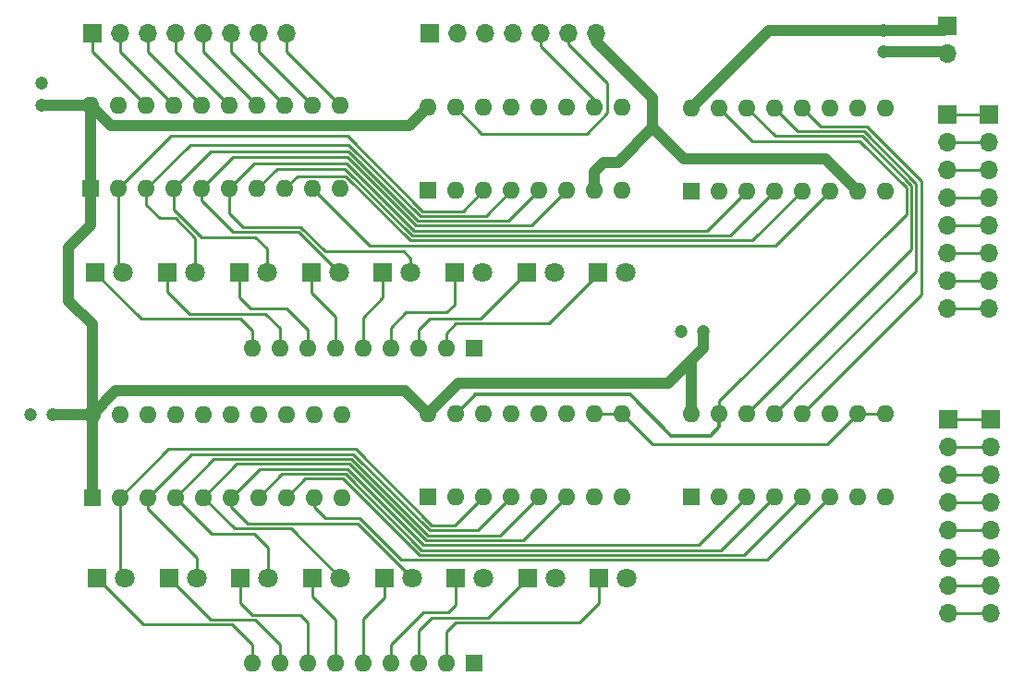
<source format=gbr>
%TF.GenerationSoftware,KiCad,Pcbnew,(5.1.9-0-10_14)*%
%TF.CreationDate,2021-04-27T01:12:58-04:00*%
%TF.ProjectId,REGISTER,52454749-5354-4455-922e-6b696361645f,rev?*%
%TF.SameCoordinates,Original*%
%TF.FileFunction,Copper,L1,Top*%
%TF.FilePolarity,Positive*%
%FSLAX46Y46*%
G04 Gerber Fmt 4.6, Leading zero omitted, Abs format (unit mm)*
G04 Created by KiCad (PCBNEW (5.1.9-0-10_14)) date 2021-04-27 01:12:58*
%MOMM*%
%LPD*%
G01*
G04 APERTURE LIST*
%TA.AperFunction,ComponentPad*%
%ADD10O,1.700000X1.700000*%
%TD*%
%TA.AperFunction,ComponentPad*%
%ADD11R,1.700000X1.700000*%
%TD*%
%TA.AperFunction,ComponentPad*%
%ADD12C,1.200000*%
%TD*%
%TA.AperFunction,ComponentPad*%
%ADD13O,1.600000X1.600000*%
%TD*%
%TA.AperFunction,ComponentPad*%
%ADD14R,1.600000X1.600000*%
%TD*%
%TA.AperFunction,ComponentPad*%
%ADD15C,1.800000*%
%TD*%
%TA.AperFunction,ComponentPad*%
%ADD16R,1.800000X1.800000*%
%TD*%
%TA.AperFunction,Conductor*%
%ADD17C,0.250000*%
%TD*%
%TA.AperFunction,Conductor*%
%ADD18C,1.000000*%
%TD*%
%TA.AperFunction,Conductor*%
%ADD19C,0.350000*%
%TD*%
G04 APERTURE END LIST*
D10*
%TO.P,J6,7*%
%TO.N,/CLK*%
X122123200Y-87833200D03*
%TO.P,J6,6*%
%TO.N,/RS2*%
X119583200Y-87833200D03*
%TO.P,J6,5*%
%TO.N,/AI*%
X117043200Y-87833200D03*
%TO.P,J6,4*%
%TO.N,/AO*%
X114503200Y-87833200D03*
%TO.P,J6,3*%
%TO.N,/RS2*%
X111963200Y-87833200D03*
%TO.P,J6,2*%
%TO.N,/BI*%
X109423200Y-87833200D03*
D11*
%TO.P,J6,1*%
%TO.N,/BO*%
X106883200Y-87833200D03*
%TD*%
D10*
%TO.P,J3,2*%
%TO.N,GND*%
X154343100Y-89687400D03*
D11*
%TO.P,J3,1*%
%TO.N,VCC*%
X154343100Y-87147400D03*
%TD*%
D12*
%TO.P,C4,2*%
%TO.N,GND*%
X129953000Y-115176300D03*
%TO.P,C4,1*%
%TO.N,VCC*%
X131953000Y-115176300D03*
%TD*%
%TO.P,C3,2*%
%TO.N,GND*%
X148463000Y-89553800D03*
%TO.P,C3,1*%
%TO.N,VCC*%
X148463000Y-87553800D03*
%TD*%
%TO.P,C2,2*%
%TO.N,GND*%
X70351900Y-122796300D03*
%TO.P,C2,1*%
%TO.N,VCC*%
X72351900Y-122796300D03*
%TD*%
%TO.P,C1,2*%
%TO.N,GND*%
X71323200Y-92437200D03*
%TO.P,C1,1*%
%TO.N,VCC*%
X71323200Y-94437200D03*
%TD*%
D13*
%TO.P,U6,16*%
%TO.N,VCC*%
X130860800Y-122682000D03*
%TO.P,U6,8*%
%TO.N,GND*%
X148640800Y-130302000D03*
%TO.P,U6,15*%
%TO.N,/RS2*%
X133400800Y-122682000D03*
%TO.P,U6,7*%
%TO.N,/CLK*%
X146100800Y-130302000D03*
%TO.P,U6,14*%
%TO.N,/I4*%
X135940800Y-122682000D03*
%TO.P,U6,6*%
%TO.N,/B1*%
X143560800Y-130302000D03*
%TO.P,U6,13*%
%TO.N,/I3*%
X138480800Y-122682000D03*
%TO.P,U6,5*%
%TO.N,/B2*%
X141020800Y-130302000D03*
%TO.P,U6,12*%
%TO.N,/I2*%
X141020800Y-122682000D03*
%TO.P,U6,4*%
%TO.N,/B3*%
X138480800Y-130302000D03*
%TO.P,U6,11*%
%TO.N,/I1*%
X143560800Y-122682000D03*
%TO.P,U6,3*%
%TO.N,/B4*%
X135940800Y-130302000D03*
%TO.P,U6,10*%
%TO.N,/BI*%
X146100800Y-122682000D03*
%TO.P,U6,2*%
%TO.N,GND*%
X133400800Y-130302000D03*
%TO.P,U6,9*%
%TO.N,/BI*%
X148640800Y-122682000D03*
D14*
%TO.P,U6,1*%
%TO.N,GND*%
X130860800Y-130302000D03*
%TD*%
D13*
%TO.P,U5,16*%
%TO.N,VCC*%
X106730800Y-122707400D03*
%TO.P,U5,8*%
%TO.N,GND*%
X124510800Y-130327400D03*
%TO.P,U5,15*%
%TO.N,/RS2*%
X109270800Y-122707400D03*
%TO.P,U5,7*%
%TO.N,/CLK*%
X121970800Y-130327400D03*
%TO.P,U5,14*%
%TO.N,/I8*%
X111810800Y-122707400D03*
%TO.P,U5,6*%
%TO.N,/B5*%
X119430800Y-130327400D03*
%TO.P,U5,13*%
%TO.N,/I7*%
X114350800Y-122707400D03*
%TO.P,U5,5*%
%TO.N,/B6*%
X116890800Y-130327400D03*
%TO.P,U5,12*%
%TO.N,/I6*%
X116890800Y-122707400D03*
%TO.P,U5,4*%
%TO.N,/B7*%
X114350800Y-130327400D03*
%TO.P,U5,11*%
%TO.N,/I5*%
X119430800Y-122707400D03*
%TO.P,U5,3*%
%TO.N,/B8*%
X111810800Y-130327400D03*
%TO.P,U5,10*%
%TO.N,/BI*%
X121970800Y-122707400D03*
%TO.P,U5,2*%
%TO.N,GND*%
X109270800Y-130327400D03*
%TO.P,U5,9*%
%TO.N,/BI*%
X124510800Y-122707400D03*
D14*
%TO.P,U5,1*%
%TO.N,GND*%
X106730800Y-130327400D03*
%TD*%
D13*
%TO.P,U4,20*%
%TO.N,VCC*%
X75971400Y-122758200D03*
%TO.P,U4,10*%
%TO.N,GND*%
X98831400Y-130378200D03*
%TO.P,U4,19*%
%TO.N,/BO*%
X78511400Y-122758200D03*
%TO.P,U4,9*%
%TO.N,/B1*%
X96291400Y-130378200D03*
%TO.P,U4,18*%
%TO.N,/I8*%
X81051400Y-122758200D03*
%TO.P,U4,8*%
%TO.N,/B2*%
X93751400Y-130378200D03*
%TO.P,U4,17*%
%TO.N,/I7*%
X83591400Y-122758200D03*
%TO.P,U4,7*%
%TO.N,/B3*%
X91211400Y-130378200D03*
%TO.P,U4,16*%
%TO.N,/I6*%
X86131400Y-122758200D03*
%TO.P,U4,6*%
%TO.N,/B4*%
X88671400Y-130378200D03*
%TO.P,U4,15*%
%TO.N,/I5*%
X88671400Y-122758200D03*
%TO.P,U4,5*%
%TO.N,/B5*%
X86131400Y-130378200D03*
%TO.P,U4,14*%
%TO.N,/I4*%
X91211400Y-122758200D03*
%TO.P,U4,4*%
%TO.N,/B6*%
X83591400Y-130378200D03*
%TO.P,U4,13*%
%TO.N,/I3*%
X93751400Y-122758200D03*
%TO.P,U4,3*%
%TO.N,/B7*%
X81051400Y-130378200D03*
%TO.P,U4,12*%
%TO.N,/I2*%
X96291400Y-122758200D03*
%TO.P,U4,2*%
%TO.N,/B8*%
X78511400Y-130378200D03*
%TO.P,U4,11*%
%TO.N,/I1*%
X98831400Y-122758200D03*
D14*
%TO.P,U4,1*%
%TO.N,VCC*%
X75971400Y-130378200D03*
%TD*%
D13*
%TO.P,U3,16*%
%TO.N,VCC*%
X130835400Y-94665800D03*
%TO.P,U3,8*%
%TO.N,GND*%
X148615400Y-102285800D03*
%TO.P,U3,15*%
%TO.N,/RS2*%
X133375400Y-94665800D03*
%TO.P,U3,7*%
%TO.N,/CLK*%
X146075400Y-102285800D03*
%TO.P,U3,14*%
%TO.N,/I4*%
X135915400Y-94665800D03*
%TO.P,U3,6*%
%TO.N,/A1*%
X143535400Y-102285800D03*
%TO.P,U3,13*%
%TO.N,/I3*%
X138455400Y-94665800D03*
%TO.P,U3,5*%
%TO.N,/A2*%
X140995400Y-102285800D03*
%TO.P,U3,12*%
%TO.N,/I2*%
X140995400Y-94665800D03*
%TO.P,U3,4*%
%TO.N,/A3*%
X138455400Y-102285800D03*
%TO.P,U3,11*%
%TO.N,/I1*%
X143535400Y-94665800D03*
%TO.P,U3,3*%
%TO.N,/A4*%
X135915400Y-102285800D03*
%TO.P,U3,10*%
%TO.N,/AI*%
X146075400Y-94665800D03*
%TO.P,U3,2*%
%TO.N,GND*%
X133375400Y-102285800D03*
%TO.P,U3,9*%
%TO.N,/AI*%
X148615400Y-94665800D03*
D14*
%TO.P,U3,1*%
%TO.N,GND*%
X130835400Y-102285800D03*
%TD*%
D13*
%TO.P,U2,16*%
%TO.N,VCC*%
X106730800Y-94640400D03*
%TO.P,U2,8*%
%TO.N,GND*%
X124510800Y-102260400D03*
%TO.P,U2,15*%
%TO.N,/RS2*%
X109270800Y-94640400D03*
%TO.P,U2,7*%
%TO.N,/CLK*%
X121970800Y-102260400D03*
%TO.P,U2,14*%
%TO.N,/I8*%
X111810800Y-94640400D03*
%TO.P,U2,6*%
%TO.N,/A5*%
X119430800Y-102260400D03*
%TO.P,U2,13*%
%TO.N,/I7*%
X114350800Y-94640400D03*
%TO.P,U2,5*%
%TO.N,/A6*%
X116890800Y-102260400D03*
%TO.P,U2,12*%
%TO.N,/I6*%
X116890800Y-94640400D03*
%TO.P,U2,4*%
%TO.N,/A7*%
X114350800Y-102260400D03*
%TO.P,U2,11*%
%TO.N,/I5*%
X119430800Y-94640400D03*
%TO.P,U2,3*%
%TO.N,/A8*%
X111810800Y-102260400D03*
%TO.P,U2,10*%
%TO.N,/AI*%
X121970800Y-94640400D03*
%TO.P,U2,2*%
%TO.N,GND*%
X109270800Y-102260400D03*
%TO.P,U2,9*%
%TO.N,/AI*%
X124510800Y-94640400D03*
D14*
%TO.P,U2,1*%
%TO.N,GND*%
X106730800Y-102260400D03*
%TD*%
D13*
%TO.P,U1,20*%
%TO.N,VCC*%
X75844400Y-94437200D03*
%TO.P,U1,10*%
%TO.N,GND*%
X98704400Y-102057200D03*
%TO.P,U1,19*%
%TO.N,/AO*%
X78384400Y-94437200D03*
%TO.P,U1,9*%
%TO.N,/A1*%
X96164400Y-102057200D03*
%TO.P,U1,18*%
%TO.N,/I8*%
X80924400Y-94437200D03*
%TO.P,U1,8*%
%TO.N,/A2*%
X93624400Y-102057200D03*
%TO.P,U1,17*%
%TO.N,/I7*%
X83464400Y-94437200D03*
%TO.P,U1,7*%
%TO.N,/A3*%
X91084400Y-102057200D03*
%TO.P,U1,16*%
%TO.N,/I6*%
X86004400Y-94437200D03*
%TO.P,U1,6*%
%TO.N,/A4*%
X88544400Y-102057200D03*
%TO.P,U1,15*%
%TO.N,/I5*%
X88544400Y-94437200D03*
%TO.P,U1,5*%
%TO.N,/A5*%
X86004400Y-102057200D03*
%TO.P,U1,14*%
%TO.N,/I4*%
X91084400Y-94437200D03*
%TO.P,U1,4*%
%TO.N,/A6*%
X83464400Y-102057200D03*
%TO.P,U1,13*%
%TO.N,/I3*%
X93624400Y-94437200D03*
%TO.P,U1,3*%
%TO.N,/A7*%
X80924400Y-102057200D03*
%TO.P,U1,12*%
%TO.N,/I2*%
X96164400Y-94437200D03*
%TO.P,U1,2*%
%TO.N,/A8*%
X78384400Y-102057200D03*
%TO.P,U1,11*%
%TO.N,/I1*%
X98704400Y-94437200D03*
D14*
%TO.P,U1,1*%
%TO.N,VCC*%
X75844400Y-102057200D03*
%TD*%
D13*
%TO.P,RN2,9*%
%TO.N,Net-(D9-Pad1)*%
X90614500Y-145554700D03*
%TO.P,RN2,8*%
%TO.N,Net-(D10-Pad1)*%
X93154500Y-145554700D03*
%TO.P,RN2,7*%
%TO.N,Net-(D11-Pad1)*%
X95694500Y-145554700D03*
%TO.P,RN2,6*%
%TO.N,Net-(D12-Pad1)*%
X98234500Y-145554700D03*
%TO.P,RN2,5*%
%TO.N,Net-(D13-Pad1)*%
X100774500Y-145554700D03*
%TO.P,RN2,4*%
%TO.N,Net-(D14-Pad1)*%
X103314500Y-145554700D03*
%TO.P,RN2,3*%
%TO.N,Net-(D15-Pad1)*%
X105854500Y-145554700D03*
%TO.P,RN2,2*%
%TO.N,Net-(D16-Pad1)*%
X108394500Y-145554700D03*
D14*
%TO.P,RN2,1*%
%TO.N,GND*%
X110934500Y-145554700D03*
%TD*%
D13*
%TO.P,RN1,9*%
%TO.N,Net-(D1-Pad1)*%
X90601800Y-116738400D03*
%TO.P,RN1,8*%
%TO.N,Net-(D2-Pad1)*%
X93141800Y-116738400D03*
%TO.P,RN1,7*%
%TO.N,Net-(D3-Pad1)*%
X95681800Y-116738400D03*
%TO.P,RN1,6*%
%TO.N,Net-(D4-Pad1)*%
X98221800Y-116738400D03*
%TO.P,RN1,5*%
%TO.N,Net-(D5-Pad1)*%
X100761800Y-116738400D03*
%TO.P,RN1,4*%
%TO.N,Net-(D6-Pad1)*%
X103301800Y-116738400D03*
%TO.P,RN1,3*%
%TO.N,Net-(D7-Pad1)*%
X105841800Y-116738400D03*
%TO.P,RN1,2*%
%TO.N,Net-(D8-Pad1)*%
X108381800Y-116738400D03*
D14*
%TO.P,RN1,1*%
%TO.N,GND*%
X110921800Y-116738400D03*
%TD*%
D10*
%TO.P,J8,8*%
%TO.N,/A8*%
X154330400Y-113068100D03*
%TO.P,J8,7*%
%TO.N,/A7*%
X154330400Y-110528100D03*
%TO.P,J8,6*%
%TO.N,/A6*%
X154330400Y-107988100D03*
%TO.P,J8,5*%
%TO.N,/A5*%
X154330400Y-105448100D03*
%TO.P,J8,4*%
%TO.N,/A4*%
X154330400Y-102908100D03*
%TO.P,J8,3*%
%TO.N,/A3*%
X154330400Y-100368100D03*
%TO.P,J8,2*%
%TO.N,/A2*%
X154330400Y-97828100D03*
D11*
%TO.P,J8,1*%
%TO.N,/A1*%
X154330400Y-95288100D03*
%TD*%
D10*
%TO.P,J7,8*%
%TO.N,/A8*%
X158115000Y-113068100D03*
%TO.P,J7,7*%
%TO.N,/A7*%
X158115000Y-110528100D03*
%TO.P,J7,6*%
%TO.N,/A6*%
X158115000Y-107988100D03*
%TO.P,J7,5*%
%TO.N,/A5*%
X158115000Y-105448100D03*
%TO.P,J7,4*%
%TO.N,/A4*%
X158115000Y-102908100D03*
%TO.P,J7,3*%
%TO.N,/A3*%
X158115000Y-100368100D03*
%TO.P,J7,2*%
%TO.N,/A2*%
X158115000Y-97828100D03*
D11*
%TO.P,J7,1*%
%TO.N,/A1*%
X158115000Y-95288100D03*
%TD*%
D10*
%TO.P,J5,8*%
%TO.N,/I1*%
X93776800Y-87833200D03*
%TO.P,J5,7*%
%TO.N,/I2*%
X91236800Y-87833200D03*
%TO.P,J5,6*%
%TO.N,/I3*%
X88696800Y-87833200D03*
%TO.P,J5,5*%
%TO.N,/I4*%
X86156800Y-87833200D03*
%TO.P,J5,4*%
%TO.N,/I5*%
X83616800Y-87833200D03*
%TO.P,J5,3*%
%TO.N,/I6*%
X81076800Y-87833200D03*
%TO.P,J5,2*%
%TO.N,/I7*%
X78536800Y-87833200D03*
D11*
%TO.P,J5,1*%
%TO.N,/I8*%
X75996800Y-87833200D03*
%TD*%
D10*
%TO.P,J2,8*%
%TO.N,/B8*%
X154406600Y-140982700D03*
%TO.P,J2,7*%
%TO.N,/B7*%
X154406600Y-138442700D03*
%TO.P,J2,6*%
%TO.N,/B6*%
X154406600Y-135902700D03*
%TO.P,J2,5*%
%TO.N,/B5*%
X154406600Y-133362700D03*
%TO.P,J2,4*%
%TO.N,/B4*%
X154406600Y-130822700D03*
%TO.P,J2,3*%
%TO.N,/B3*%
X154406600Y-128282700D03*
%TO.P,J2,2*%
%TO.N,/B2*%
X154406600Y-125742700D03*
D11*
%TO.P,J2,1*%
%TO.N,/B1*%
X154406600Y-123202700D03*
%TD*%
D10*
%TO.P,J1,8*%
%TO.N,/B8*%
X158242000Y-140982700D03*
%TO.P,J1,7*%
%TO.N,/B7*%
X158242000Y-138442700D03*
%TO.P,J1,6*%
%TO.N,/B6*%
X158242000Y-135902700D03*
%TO.P,J1,5*%
%TO.N,/B5*%
X158242000Y-133362700D03*
%TO.P,J1,4*%
%TO.N,/B4*%
X158242000Y-130822700D03*
%TO.P,J1,3*%
%TO.N,/B3*%
X158242000Y-128282700D03*
%TO.P,J1,2*%
%TO.N,/B2*%
X158242000Y-125742700D03*
D11*
%TO.P,J1,1*%
%TO.N,/B1*%
X158242000Y-123202700D03*
%TD*%
D15*
%TO.P,D16,2*%
%TO.N,/B1*%
X124942600Y-137769600D03*
D16*
%TO.P,D16,1*%
%TO.N,Net-(D16-Pad1)*%
X122402600Y-137769600D03*
%TD*%
D15*
%TO.P,D15,2*%
%TO.N,/B2*%
X118389400Y-137769600D03*
D16*
%TO.P,D15,1*%
%TO.N,Net-(D15-Pad1)*%
X115849400Y-137769600D03*
%TD*%
D15*
%TO.P,D14,2*%
%TO.N,/B3*%
X111836200Y-137769600D03*
D16*
%TO.P,D14,1*%
%TO.N,Net-(D14-Pad1)*%
X109296200Y-137769600D03*
%TD*%
D15*
%TO.P,D13,2*%
%TO.N,/B4*%
X105257600Y-137769600D03*
D16*
%TO.P,D13,1*%
%TO.N,Net-(D13-Pad1)*%
X102717600Y-137769600D03*
%TD*%
D15*
%TO.P,D12,2*%
%TO.N,/B5*%
X98679000Y-137744200D03*
D16*
%TO.P,D12,1*%
%TO.N,Net-(D12-Pad1)*%
X96139000Y-137744200D03*
%TD*%
D15*
%TO.P,D11,2*%
%TO.N,/B6*%
X92100400Y-137744200D03*
D16*
%TO.P,D11,1*%
%TO.N,Net-(D11-Pad1)*%
X89560400Y-137744200D03*
%TD*%
D15*
%TO.P,D10,2*%
%TO.N,/B7*%
X85521800Y-137744200D03*
D16*
%TO.P,D10,1*%
%TO.N,Net-(D10-Pad1)*%
X82981800Y-137744200D03*
%TD*%
D15*
%TO.P,D9,2*%
%TO.N,/B8*%
X78917800Y-137744200D03*
D16*
%TO.P,D9,1*%
%TO.N,Net-(D9-Pad1)*%
X76377800Y-137744200D03*
%TD*%
D15*
%TO.P,D8,2*%
%TO.N,/A1*%
X124866400Y-109753400D03*
D16*
%TO.P,D8,1*%
%TO.N,Net-(D8-Pad1)*%
X122326400Y-109753400D03*
%TD*%
D15*
%TO.P,D7,2*%
%TO.N,/A2*%
X118287800Y-109753400D03*
D16*
%TO.P,D7,1*%
%TO.N,Net-(D7-Pad1)*%
X115747800Y-109753400D03*
%TD*%
D15*
%TO.P,D6,2*%
%TO.N,/A3*%
X111709200Y-109753400D03*
D16*
%TO.P,D6,1*%
%TO.N,Net-(D6-Pad1)*%
X109169200Y-109753400D03*
%TD*%
D15*
%TO.P,D5,2*%
%TO.N,/A4*%
X105130600Y-109753400D03*
D16*
%TO.P,D5,1*%
%TO.N,Net-(D5-Pad1)*%
X102590600Y-109753400D03*
%TD*%
D15*
%TO.P,D4,2*%
%TO.N,/A5*%
X98552000Y-109753400D03*
D16*
%TO.P,D4,1*%
%TO.N,Net-(D4-Pad1)*%
X96012000Y-109753400D03*
%TD*%
D15*
%TO.P,D3,2*%
%TO.N,/A6*%
X91973400Y-109753400D03*
D16*
%TO.P,D3,1*%
%TO.N,Net-(D3-Pad1)*%
X89433400Y-109753400D03*
%TD*%
D15*
%TO.P,D2,2*%
%TO.N,/A7*%
X85394800Y-109753400D03*
D16*
%TO.P,D2,1*%
%TO.N,Net-(D2-Pad1)*%
X82854800Y-109753400D03*
%TD*%
D15*
%TO.P,D1,2*%
%TO.N,/A8*%
X78816200Y-109753400D03*
D16*
%TO.P,D1,1*%
%TO.N,Net-(D1-Pad1)*%
X76276200Y-109753400D03*
%TD*%
D17*
%TO.N,GND*%
X154209500Y-89553800D02*
X154343100Y-89687400D01*
D18*
X148463000Y-89553800D02*
X154209500Y-89553800D01*
D17*
%TO.N,VCC*%
X75933300Y-122796300D02*
X75971400Y-122758200D01*
D18*
X72351900Y-122796300D02*
X75933300Y-122796300D01*
X71323200Y-94437200D02*
X75844400Y-94437200D01*
X75844400Y-94437200D02*
X75844400Y-102057200D01*
X75971400Y-122758200D02*
X75971400Y-130378200D01*
D17*
X75844400Y-102057200D02*
X75844400Y-102095300D01*
D18*
X75971400Y-114503200D02*
X75971400Y-122758200D01*
X75844400Y-102095300D02*
X75844400Y-105435400D01*
X75844400Y-105435400D02*
X73812400Y-107467400D01*
X73812400Y-107467400D02*
X73812400Y-111887000D01*
X73812400Y-112344200D02*
X75971400Y-114503200D01*
X73812400Y-111887000D02*
X73812400Y-112344200D01*
X75971400Y-122758200D02*
X78143100Y-120586500D01*
X104609900Y-120586500D02*
X106730800Y-122707400D01*
X78143100Y-120586500D02*
X104609900Y-120586500D01*
X75844400Y-94437200D02*
X77711300Y-96304100D01*
X105067100Y-96304100D02*
X106730800Y-94640400D01*
X77711300Y-96304100D02*
X105067100Y-96304100D01*
X109524800Y-119913400D02*
X121196100Y-119913400D01*
X106730800Y-122707400D02*
X109524800Y-119913400D01*
D17*
X153936700Y-87553800D02*
X154343100Y-87147400D01*
D18*
X148463000Y-87553800D02*
X153936700Y-87553800D01*
X137947400Y-87553800D02*
X130835400Y-94665800D01*
X148463000Y-87553800D02*
X137947400Y-87553800D01*
X131953000Y-115176300D02*
X131953000Y-116687600D01*
X130860800Y-117779800D02*
X130860800Y-122682000D01*
X131953000Y-116687600D02*
X130860800Y-117779800D01*
X128727200Y-119913400D02*
X130860800Y-117779800D01*
X121196100Y-119913400D02*
X128727200Y-119913400D01*
D17*
%TO.N,/RS2*%
X133400800Y-121550630D02*
X133400800Y-122682000D01*
X150558500Y-101981000D02*
X150558500Y-104392930D01*
X146291300Y-97713800D02*
X150558500Y-101981000D01*
X136423400Y-97713800D02*
X146291300Y-97713800D01*
X150558500Y-104392930D02*
X133400800Y-121550630D01*
X133375400Y-94665800D02*
X136423400Y-97713800D01*
D19*
X129019300Y-124701300D02*
X125260100Y-120942100D01*
X125260100Y-120942100D02*
X111036100Y-120942100D01*
X132613400Y-124701300D02*
X129019300Y-124701300D01*
X133400800Y-123913900D02*
X132613400Y-124701300D01*
X133400800Y-122682000D02*
X133400800Y-123913900D01*
D17*
%TO.N,Net-(D1-Pad1)*%
X89496900Y-113995200D02*
X90601800Y-115100100D01*
X90601800Y-115100100D02*
X90601800Y-116738400D01*
X80467200Y-113995200D02*
X89496900Y-113995200D01*
X76276200Y-109804200D02*
X80467200Y-113995200D01*
X76276200Y-109753400D02*
X76276200Y-109804200D01*
%TO.N,Net-(D2-Pad1)*%
X93141800Y-114833400D02*
X93141800Y-116738400D01*
X91853589Y-113545189D02*
X93141800Y-114833400D01*
X84855889Y-113545189D02*
X91853589Y-113545189D01*
X82854800Y-111544100D02*
X84855889Y-113545189D01*
X82854800Y-109753400D02*
X82854800Y-111544100D01*
%TO.N,Net-(D3-Pad1)*%
X93726000Y-113042700D02*
X95681800Y-114998500D01*
X90436700Y-113042700D02*
X93726000Y-113042700D01*
X95681800Y-114998500D02*
X95681800Y-116738400D01*
X89433400Y-112039400D02*
X90436700Y-113042700D01*
X89433400Y-109753400D02*
X89433400Y-112039400D01*
%TO.N,Net-(D4-Pad1)*%
X96012000Y-109753400D02*
X96012000Y-111607600D01*
X98221800Y-113817400D02*
X98221800Y-116738400D01*
X96012000Y-111607600D02*
X98221800Y-113817400D01*
%TO.N,Net-(D5-Pad1)*%
X102590600Y-109753400D02*
X102590600Y-112039400D01*
X100761800Y-113868200D02*
X100761800Y-116738400D01*
X102590600Y-112039400D02*
X100761800Y-113868200D01*
%TO.N,Net-(D6-Pad1)*%
X103301800Y-114808000D02*
X103301800Y-116738400D01*
X104686100Y-113423700D02*
X103301800Y-114808000D01*
X108445300Y-113423700D02*
X104686100Y-113423700D01*
X109169200Y-112699800D02*
X108445300Y-113423700D01*
X109169200Y-109753400D02*
X109169200Y-112699800D01*
%TO.N,Net-(D7-Pad1)*%
X106888711Y-113976989D02*
X105841800Y-115023900D01*
X105841800Y-115023900D02*
X105841800Y-116738400D01*
X111524211Y-113976989D02*
X106888711Y-113976989D01*
X115747800Y-109753400D02*
X111524211Y-113976989D01*
%TO.N,Net-(D8-Pad1)*%
X108381800Y-115316000D02*
X108381800Y-116738400D01*
X109270800Y-114427000D02*
X108381800Y-115316000D01*
X117817900Y-114427000D02*
X109270800Y-114427000D01*
X122326400Y-109918500D02*
X117817900Y-114427000D01*
X122326400Y-109753400D02*
X122326400Y-109918500D01*
%TO.N,/I1*%
X93776800Y-89509600D02*
X98704400Y-94437200D01*
X93776800Y-87833200D02*
X93776800Y-89509600D01*
%TO.N,/I2*%
X91236800Y-89509600D02*
X96164400Y-94437200D01*
X91236800Y-87833200D02*
X91236800Y-89509600D01*
X151908533Y-111794267D02*
X141020800Y-122682000D01*
X142693367Y-96363767D02*
X146897068Y-96363767D01*
X146897068Y-96363767D02*
X151908533Y-101375232D01*
X151908533Y-101375232D02*
X151908533Y-111794267D01*
X140995400Y-94665800D02*
X142693367Y-96363767D01*
%TO.N,/I3*%
X88696800Y-89509600D02*
X93624400Y-94437200D01*
X88696800Y-87833200D02*
X88696800Y-89509600D01*
X140603378Y-96813778D02*
X138455400Y-94665800D01*
X151458522Y-109704278D02*
X151458522Y-101608200D01*
X146664100Y-96813778D02*
X140603378Y-96813778D01*
X138480800Y-122682000D02*
X151458522Y-109704278D01*
X151458522Y-101608200D02*
X146664100Y-96813778D01*
%TO.N,/I4*%
X86156800Y-89509600D02*
X91084400Y-94437200D01*
X86156800Y-87833200D02*
X86156800Y-89509600D01*
X151008511Y-107614289D02*
X135940800Y-122682000D01*
X151008511Y-101794600D02*
X151008511Y-107614289D01*
X135915400Y-94665800D02*
X138513389Y-97263789D01*
X138513389Y-97263789D02*
X146477700Y-97263789D01*
X146477700Y-97263789D02*
X151008511Y-101794600D01*
%TO.N,/I5*%
X83616800Y-89509600D02*
X88544400Y-94437200D01*
X83616800Y-87833200D02*
X83616800Y-89509600D01*
%TO.N,/I6*%
X81076800Y-89509600D02*
X86004400Y-94437200D01*
X81076800Y-87833200D02*
X81076800Y-89509600D01*
%TO.N,/I7*%
X78536800Y-89509600D02*
X83464400Y-94437200D01*
X78536800Y-87833200D02*
X78536800Y-89509600D01*
%TO.N,/I8*%
X75996800Y-89509600D02*
X80924400Y-94437200D01*
X75996800Y-87833200D02*
X75996800Y-89509600D01*
D18*
%TO.N,/CLK*%
X125539500Y-91998800D02*
X127317500Y-93776800D01*
X127317500Y-93776800D02*
X127317500Y-96494600D01*
X127317500Y-96494600D02*
X124167900Y-99644200D01*
X124167900Y-99644200D02*
X122821700Y-99644200D01*
X121970800Y-100495100D02*
X121970800Y-102260400D01*
X122821700Y-99644200D02*
X121970800Y-100495100D01*
X130175000Y-99352100D02*
X127317500Y-96494600D01*
X143141700Y-99352100D02*
X130175000Y-99352100D01*
X146075400Y-102285800D02*
X143141700Y-99352100D01*
D17*
X125539500Y-91998800D02*
X125539500Y-91986100D01*
X122123200Y-88569800D02*
X122123200Y-87833200D01*
D18*
X125539500Y-91986100D02*
X122123200Y-88569800D01*
D17*
%TO.N,/A8*%
X154330400Y-113068100D02*
X158115000Y-113068100D01*
X99314000Y-97243900D02*
X83197700Y-97243900D01*
X109943900Y-104127300D02*
X106197400Y-104127300D01*
X111810800Y-102260400D02*
X109943900Y-104127300D01*
X83197700Y-97243900D02*
X78384400Y-102057200D01*
X106197400Y-104127300D02*
X99314000Y-97243900D01*
X78384400Y-109321600D02*
X78816200Y-109753400D01*
X78384400Y-102057200D02*
X78384400Y-109321600D01*
%TO.N,/A7*%
X158115000Y-110528100D02*
X154330400Y-110528100D01*
X112033889Y-104577311D02*
X106011000Y-104577311D01*
X106011000Y-104577311D02*
X99464990Y-98031300D01*
X99464990Y-98031300D02*
X84950300Y-98031300D01*
X114350800Y-102260400D02*
X112033889Y-104577311D01*
X84950300Y-98031300D02*
X80924400Y-102057200D01*
X85394800Y-106603800D02*
X85394800Y-109753400D01*
X83578700Y-104787700D02*
X85394800Y-106603800D01*
X82143600Y-104787700D02*
X83578700Y-104787700D01*
X80924400Y-103568500D02*
X82143600Y-104787700D01*
X80924400Y-102057200D02*
X80924400Y-103568500D01*
%TO.N,/A6*%
X154330400Y-107988100D02*
X158115000Y-107988100D01*
X116890800Y-102260400D02*
X114123878Y-105027322D01*
X114123878Y-105027322D02*
X105824600Y-105027322D01*
X105824600Y-105027322D02*
X99463580Y-98666300D01*
X99463580Y-98666300D02*
X86855300Y-98666300D01*
X86855300Y-98666300D02*
X83464400Y-102057200D01*
X90919300Y-106514900D02*
X91973400Y-107569000D01*
X91973400Y-107569000D02*
X91973400Y-109753400D01*
X83464400Y-103962200D02*
X86017100Y-106514900D01*
X86017100Y-106514900D02*
X90919300Y-106514900D01*
X83464400Y-102057200D02*
X83464400Y-103962200D01*
%TO.N,/A5*%
X158115000Y-105448100D02*
X154330400Y-105448100D01*
X105638203Y-105477333D02*
X99335170Y-99174300D01*
X119430800Y-102260400D02*
X116213867Y-105477333D01*
X88887300Y-99174300D02*
X86004400Y-102057200D01*
X99335170Y-99174300D02*
X88887300Y-99174300D01*
X116213867Y-105477333D02*
X105638203Y-105477333D01*
X86004400Y-102057200D02*
X86004400Y-103188570D01*
X86004400Y-103188570D02*
X88866341Y-106050511D01*
X88866341Y-106050511D02*
X94849111Y-106050511D01*
X94849111Y-106050511D02*
X98552000Y-109753400D01*
%TO.N,/A4*%
X154330400Y-102908100D02*
X158115000Y-102908100D01*
X88544400Y-102057200D02*
X90830400Y-99771200D01*
X90830400Y-99771200D02*
X99295656Y-99771200D01*
X105451800Y-105927344D02*
X132273856Y-105927344D01*
X99295656Y-99771200D02*
X105451800Y-105927344D01*
X132273856Y-105927344D02*
X135915400Y-102285800D01*
X105130600Y-108483400D02*
X105130600Y-109753400D01*
X104495600Y-107848400D02*
X105130600Y-108483400D01*
X97307400Y-107848400D02*
X104495600Y-107848400D01*
X95059500Y-105600500D02*
X97307400Y-107848400D01*
X89789000Y-105600500D02*
X95059500Y-105600500D01*
X88544400Y-104355900D02*
X89789000Y-105600500D01*
X88544400Y-102057200D02*
X88544400Y-104355900D01*
%TO.N,/A3*%
X158115000Y-100368100D02*
X154330400Y-100368100D01*
X99128079Y-100241100D02*
X105264334Y-106377355D01*
X92900500Y-100241100D02*
X99128079Y-100241100D01*
X91084400Y-102057200D02*
X92900500Y-100241100D01*
X134363845Y-106377355D02*
X138455400Y-102285800D01*
X105264334Y-106377355D02*
X134363845Y-106377355D01*
%TO.N,/A2*%
X154330400Y-97828100D02*
X158115000Y-97828100D01*
X94749401Y-100932199D02*
X99182767Y-100932199D01*
X93624400Y-102057200D02*
X94749401Y-100932199D01*
X105077934Y-106827366D02*
X136453834Y-106827366D01*
X99182767Y-100932199D02*
X105077934Y-106827366D01*
X136453834Y-106827366D02*
X140995400Y-102285800D01*
%TO.N,/A1*%
X154330400Y-95288100D02*
X158115000Y-95288100D01*
X138543823Y-107277377D02*
X143535400Y-102285800D01*
X101384577Y-107277377D02*
X138543823Y-107277377D01*
X96164400Y-102057200D02*
X101384577Y-107277377D01*
%TO.N,Net-(D9-Pad1)*%
X88773000Y-142036800D02*
X90627200Y-143891000D01*
X80670400Y-142036800D02*
X88773000Y-142036800D01*
X76377800Y-137744200D02*
X80670400Y-142036800D01*
X90627200Y-145542000D02*
X90614500Y-145554700D01*
X90627200Y-143891000D02*
X90627200Y-145542000D01*
%TO.N,Net-(D10-Pad1)*%
X86824389Y-141586789D02*
X90862989Y-141586789D01*
X82981800Y-137744200D02*
X86824389Y-141586789D01*
X90862989Y-141586789D02*
X93167200Y-143891000D01*
X93167200Y-145542000D02*
X93154500Y-145554700D01*
X93167200Y-143891000D02*
X93167200Y-145542000D01*
%TO.N,Net-(D11-Pad1)*%
X95707200Y-145542000D02*
X95694500Y-145554700D01*
X90652600Y-141135100D02*
X95008700Y-141135100D01*
X95707200Y-141833600D02*
X95707200Y-145542000D01*
X95008700Y-141135100D02*
X95707200Y-141833600D01*
X89560400Y-140042900D02*
X90652600Y-141135100D01*
X89560400Y-137744200D02*
X89560400Y-140042900D01*
%TO.N,Net-(D12-Pad1)*%
X96139000Y-137744200D02*
X96139000Y-139484100D01*
X98247200Y-141592300D02*
X98247200Y-143891000D01*
X96139000Y-139484100D02*
X98247200Y-141592300D01*
X98234500Y-143903700D02*
X98247200Y-143891000D01*
X98234500Y-145554700D02*
X98234500Y-143903700D01*
%TO.N,Net-(D13-Pad1)*%
X102717600Y-137769600D02*
X102717600Y-139598400D01*
X102717600Y-139598400D02*
X100774500Y-141541500D01*
X100774500Y-143878300D02*
X100787200Y-143891000D01*
X100774500Y-141541500D02*
X100774500Y-143878300D01*
X100774500Y-143878300D02*
X100774500Y-145554700D01*
%TO.N,Net-(D14-Pad1)*%
X108585000Y-140944600D02*
X106273600Y-140944600D01*
X106273600Y-140944600D02*
X103327200Y-143891000D01*
X109296200Y-140233400D02*
X108585000Y-140944600D01*
X109296200Y-137769600D02*
X109296200Y-140233400D01*
X103327200Y-145542000D02*
X103314500Y-145554700D01*
X103327200Y-143891000D02*
X103327200Y-145542000D01*
%TO.N,Net-(D15-Pad1)*%
X105867200Y-142595600D02*
X105867200Y-145542000D01*
X105867200Y-145542000D02*
X105854500Y-145554700D01*
X112222711Y-141396289D02*
X107066511Y-141396289D01*
X107066511Y-141396289D02*
X105867200Y-142595600D01*
X115849400Y-137769600D02*
X112222711Y-141396289D01*
%TO.N,Net-(D16-Pad1)*%
X108407200Y-142671800D02*
X108407200Y-145542000D01*
X109232700Y-141846300D02*
X108407200Y-142671800D01*
X108407200Y-145542000D02*
X108394500Y-145554700D01*
X120611900Y-141846300D02*
X109232700Y-141846300D01*
X122402600Y-140055600D02*
X120611900Y-141846300D01*
X122402600Y-137769600D02*
X122402600Y-140055600D01*
%TO.N,/B8*%
X154406600Y-140982700D02*
X158242000Y-140982700D01*
X78511400Y-130378200D02*
X82931000Y-125958600D01*
X82931000Y-125958600D02*
X100076000Y-125958600D01*
X100076000Y-125958600D02*
X107073700Y-132956300D01*
X109181900Y-132956300D02*
X111810800Y-130327400D01*
X107073700Y-132956300D02*
X109181900Y-132956300D01*
X78511400Y-137337800D02*
X78917800Y-137744200D01*
X78511400Y-130378200D02*
X78511400Y-137337800D01*
%TO.N,/B7*%
X158242000Y-138442700D02*
X154406600Y-138442700D01*
X81051400Y-130378200D02*
X85015955Y-126413645D01*
X111271889Y-133406311D02*
X114350800Y-130327400D01*
X85015955Y-126413645D02*
X99894634Y-126413645D01*
X99894634Y-126413645D02*
X106887300Y-133406311D01*
X106887300Y-133406311D02*
X111271889Y-133406311D01*
X85521800Y-135902700D02*
X85521800Y-137744200D01*
X81051400Y-131432300D02*
X85521800Y-135902700D01*
X81051400Y-130378200D02*
X81051400Y-131432300D01*
%TO.N,/B6*%
X154406600Y-135902700D02*
X158242000Y-135902700D01*
X83591400Y-130378200D02*
X87105944Y-126863656D01*
X113361878Y-133856322D02*
X116890800Y-130327400D01*
X87105944Y-126863656D02*
X99708234Y-126863656D01*
X99708234Y-126863656D02*
X106700900Y-133856322D01*
X106700900Y-133856322D02*
X113361878Y-133856322D01*
X90766900Y-133680200D02*
X92100400Y-135013700D01*
X86893400Y-133680200D02*
X90766900Y-133680200D01*
X83591400Y-130378200D02*
X86893400Y-133680200D01*
X92100400Y-135013700D02*
X92100400Y-137744200D01*
%TO.N,/B5*%
X158242000Y-133362700D02*
X154406600Y-133362700D01*
X99521834Y-127313667D02*
X106514500Y-134306333D01*
X86131400Y-130378200D02*
X89195933Y-127313667D01*
X115451867Y-134306333D02*
X119430800Y-130327400D01*
X89195933Y-127313667D02*
X99521834Y-127313667D01*
X106514500Y-134306333D02*
X115451867Y-134306333D01*
X88983389Y-133230189D02*
X94164989Y-133230189D01*
X94164989Y-133230189D02*
X98679000Y-137744200D01*
X86131400Y-130378200D02*
X88983389Y-133230189D01*
%TO.N,/B4*%
X154406600Y-130822700D02*
X158242000Y-130822700D01*
X88671400Y-130378200D02*
X91285922Y-127763678D01*
X99335434Y-127763678D02*
X106328100Y-134756344D01*
X106328100Y-134756344D02*
X131486456Y-134756344D01*
X131486456Y-134756344D02*
X135940800Y-130302000D01*
X91285922Y-127763678D02*
X99335434Y-127763678D01*
X100268178Y-132780178D02*
X105257600Y-137769600D01*
X90184378Y-132780178D02*
X100268178Y-132780178D01*
X88671400Y-131267200D02*
X90184378Y-132780178D01*
X88671400Y-130378200D02*
X88671400Y-131267200D01*
%TO.N,/B3*%
X154406600Y-128282700D02*
X158242000Y-128282700D01*
X91211400Y-130378200D02*
X93375911Y-128213689D01*
X106141700Y-135206355D02*
X133576445Y-135206355D01*
X133576445Y-135206355D02*
X138480800Y-130302000D01*
X93375911Y-128213689D02*
X99149034Y-128213689D01*
X99149034Y-128213689D02*
X106141700Y-135206355D01*
%TO.N,/B2*%
X158242000Y-125742700D02*
X154406600Y-125742700D01*
X95465900Y-128663700D02*
X98962634Y-128663700D01*
X93751400Y-130378200D02*
X95465900Y-128663700D01*
X105955300Y-135656366D02*
X135666434Y-135656366D01*
X98962634Y-128663700D02*
X105955300Y-135656366D01*
X135666434Y-135656366D02*
X141020800Y-130302000D01*
%TO.N,/B1*%
X154406600Y-123202700D02*
X158242000Y-123202700D01*
X100433011Y-132308600D02*
X104230788Y-136106377D01*
X104230788Y-136106377D02*
X137756423Y-136106377D01*
X97358200Y-132308600D02*
X100433011Y-132308600D01*
X137756423Y-136106377D02*
X143560800Y-130302000D01*
X96291400Y-131241800D02*
X97358200Y-132308600D01*
X96291400Y-130378200D02*
X96291400Y-131241800D01*
%TO.N,/AI*%
X121970800Y-93916500D02*
X121970800Y-94640400D01*
X118313200Y-90258900D02*
X121970800Y-93916500D01*
X118313200Y-90258900D02*
X118313200Y-90246200D01*
X117043200Y-88976200D02*
X117043200Y-87833200D01*
X118313200Y-90246200D02*
X117043200Y-88976200D01*
%TO.N,/BI*%
X121970800Y-122707400D02*
X124510800Y-122707400D01*
X148640800Y-122682000D02*
X146100800Y-122682000D01*
X124510800Y-122707400D02*
X127317500Y-125514100D01*
X143268700Y-125514100D02*
X146100800Y-122682000D01*
X127317500Y-125514100D02*
X143268700Y-125514100D01*
%TO.N,/RS2*%
X109270800Y-94640400D02*
X111658400Y-97028000D01*
X121248202Y-97028000D02*
X123139200Y-95137002D01*
X111658400Y-97028000D02*
X121248202Y-97028000D01*
X123139200Y-95137002D02*
X123139200Y-92405200D01*
X119583200Y-88849200D02*
X119583200Y-87833200D01*
X123139200Y-92405200D02*
X119583200Y-88849200D01*
X109270800Y-122707400D02*
X111036100Y-120942100D01*
%TD*%
M02*

</source>
